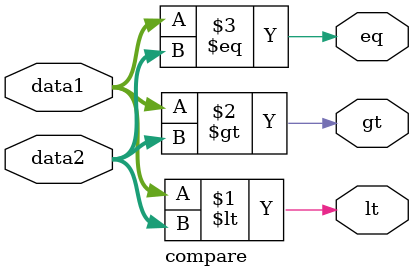
<source format=v>
`timescale 1ns / 1ps
module compare(
    input [15:0]data1,data2,
    output lt,gt,eq
    );
    assign lt = data1 < data2;
    assign gt = data1 > data2;
    assign eq = data1 == data2;
endmodule

</source>
